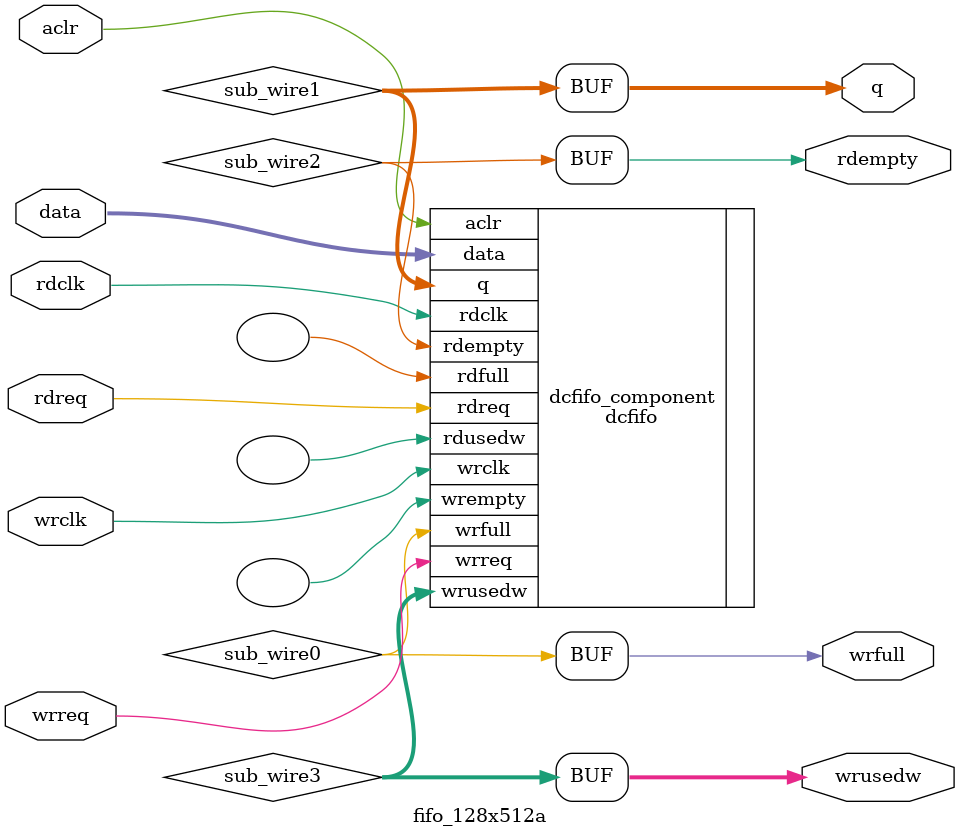
<source format=v>
module fifo_128x512a (
	aclr,
	data,
	rdclk,
	rdreq,
	wrclk,
	wrreq,
	q,
	rdempty,
	wrfull,
	wrusedw);
	input	  aclr;
	input	[127:0]  data;
	input	  rdclk;
	input	  rdreq;
	input	  wrclk;
	input	  wrreq;
	output	[127:0]  q;
	output	  rdempty;
	output	  wrfull;
	output	[9:0]  wrusedw;
`ifndef ALTERA_RESERVED_QIS
// synopsys translate_off
`endif
	tri0	  aclr;
`ifndef ALTERA_RESERVED_QIS
// synopsys translate_on
`endif
	wire  sub_wire0;
	wire [127:0] sub_wire1;
	wire  sub_wire2;
	wire [9:0] sub_wire3;
	wire  wrfull = sub_wire0;
	wire [127:0] q = sub_wire1[127:0];
	wire  rdempty = sub_wire2;
	wire [9:0] wrusedw = sub_wire3[9:0];
	dcfifo	dcfifo_component (
				.rdclk (rdclk),
				.wrclk (wrclk),
				.wrreq (wrreq),
				.aclr (aclr),
				.data (data),
				.rdreq (rdreq),
				.wrfull (sub_wire0),
				.q (sub_wire1),
				.rdempty (sub_wire2),
				.wrusedw (sub_wire3),
				.rdfull (),
				.rdusedw (),
				.wrempty ());
	defparam
		dcfifo_component.intended_device_family = "Cyclone II",
		dcfifo_component.lpm_numwords = 1024,
		dcfifo_component.lpm_showahead = "OFF",
		dcfifo_component.lpm_type = "dcfifo",
		dcfifo_component.lpm_width = 128,
		dcfifo_component.lpm_widthu = 10,
		dcfifo_component.overflow_checking = "OFF",
		dcfifo_component.rdsync_delaypipe = 4,
		dcfifo_component.underflow_checking = "OFF",
		dcfifo_component.use_eab = "ON",
		dcfifo_component.write_aclr_synch = "OFF",
		dcfifo_component.wrsync_delaypipe = 4;
endmodule
</source>
